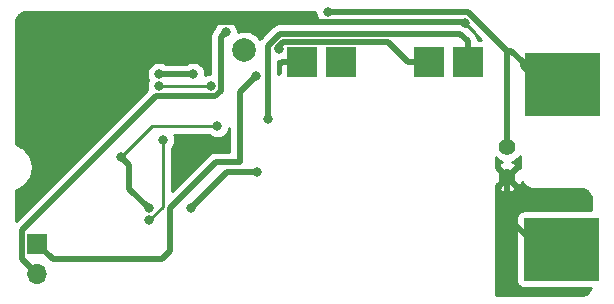
<source format=gbl>
G04 #@! TF.GenerationSoftware,KiCad,Pcbnew,(5.1.5)-3*
G04 #@! TF.CreationDate,2020-06-17T17:40:25+02:00*
G04 #@! TF.ProjectId,AGB_LIPO,4147425f-4c49-4504-9f2e-6b696361645f,rev?*
G04 #@! TF.SameCoordinates,Original*
G04 #@! TF.FileFunction,Copper,L2,Bot*
G04 #@! TF.FilePolarity,Positive*
%FSLAX46Y46*%
G04 Gerber Fmt 4.6, Leading zero omitted, Abs format (unit mm)*
G04 Created by KiCad (PCBNEW (5.1.5)-3) date 2020-06-17 17:40:25*
%MOMM*%
%LPD*%
G04 APERTURE LIST*
%ADD10C,0.100000*%
%ADD11C,2.000000*%
%ADD12R,2.500000X2.500000*%
%ADD13C,1.400000*%
%ADD14O,1.700000X1.700000*%
%ADD15R,1.700000X1.700000*%
%ADD16C,0.800000*%
%ADD17C,0.500000*%
%ADD18C,0.250000*%
%ADD19C,0.254000*%
G04 APERTURE END LIST*
D10*
G36*
X163253500Y-112900000D02*
G01*
X157003500Y-112900000D01*
X157003500Y-107650000D01*
X163253500Y-107650000D01*
X163253500Y-112900000D01*
G37*
X163253500Y-112900000D02*
X157003500Y-112900000D01*
X157003500Y-107650000D01*
X163253500Y-107650000D01*
X163253500Y-112900000D01*
G36*
X163317000Y-98875000D02*
G01*
X157067000Y-98875000D01*
X157067000Y-93625000D01*
X163317000Y-93625000D01*
X163317000Y-98875000D01*
G37*
X163317000Y-98875000D02*
X157067000Y-98875000D01*
X157067000Y-93625000D01*
X163317000Y-93625000D01*
X163317000Y-98875000D01*
D11*
X133300000Y-93400000D03*
D12*
X141455000Y-94405000D03*
X148955000Y-94405000D03*
X152205000Y-94405000D03*
X138205000Y-94405000D03*
D13*
X155575000Y-101585000D03*
X155575000Y-104125000D03*
D14*
X115785500Y-112374500D03*
D15*
X115785500Y-109834500D03*
D16*
X158967000Y-94225000D03*
X162717000Y-98225000D03*
X161467000Y-98225000D03*
X162717000Y-96875000D03*
X161467000Y-94225000D03*
X161467000Y-95575000D03*
X162717000Y-94225000D03*
X158967000Y-98225000D03*
X157717000Y-94225000D03*
X162717000Y-95575000D03*
X160217000Y-98225000D03*
X157717000Y-98225000D03*
X161467000Y-96875000D03*
X160217000Y-94225000D03*
X158903500Y-108250000D03*
X162653500Y-112250000D03*
X161403500Y-112250000D03*
X162653500Y-110900000D03*
X161403500Y-108250000D03*
X161403500Y-109600000D03*
X162653500Y-108250000D03*
X158903500Y-112250000D03*
X157653500Y-108250000D03*
X162653500Y-109600000D03*
X160153500Y-112250000D03*
X157653500Y-112250000D03*
X161403500Y-110900000D03*
X160153500Y-108250000D03*
X131725000Y-91861730D03*
X134300000Y-95575000D03*
X136219188Y-93292930D03*
X158967000Y-95575000D03*
X160217000Y-95575000D03*
X160217000Y-96875000D03*
X157717000Y-96875000D03*
X158967000Y-96875000D03*
X157653500Y-110900000D03*
X158903500Y-109600000D03*
X160153500Y-110900000D03*
X158903500Y-110900000D03*
X160153500Y-109600000D03*
X117717000Y-97545000D03*
X157653500Y-109600000D03*
X117300000Y-103900000D03*
X131435001Y-101775000D03*
X128650000Y-102325000D03*
X152010672Y-91112789D03*
X134385000Y-103767000D03*
X122854314Y-102460001D03*
X128765000Y-106815000D03*
X125209000Y-106815000D03*
X131023830Y-99838524D03*
X157717000Y-95575000D03*
X126427500Y-100982500D03*
X126085001Y-95434999D03*
X125209000Y-107831000D03*
X128965001Y-95434999D03*
X140349863Y-90161729D03*
X135276265Y-99238138D03*
X126085000Y-96435000D03*
X130445000Y-96465000D03*
D17*
X114485499Y-111074499D02*
X115785500Y-112374500D01*
X125793759Y-97316239D02*
X114485499Y-108624499D01*
X114485499Y-108624499D02*
X114485499Y-111074499D01*
X131295001Y-96873001D02*
X131295001Y-93079999D01*
X125793759Y-97316239D02*
X130851763Y-97316239D01*
X130851763Y-97316239D02*
X131295001Y-96873001D01*
X131295001Y-93079999D02*
X131295001Y-92291729D01*
X131295001Y-92291729D02*
X131725000Y-91861730D01*
X117077382Y-111126382D02*
X115785500Y-109834500D01*
X126329046Y-111126382D02*
X117077382Y-111126382D01*
X127032132Y-110423296D02*
X126329046Y-111126382D01*
X127032132Y-106755295D02*
X127032132Y-110423296D01*
X130892426Y-102895001D02*
X127032132Y-106755295D01*
X130892426Y-102895001D02*
X132924999Y-102895001D01*
X145504999Y-92704999D02*
X136594999Y-92704999D01*
X148955000Y-94405000D02*
X147205000Y-94405000D01*
X136594999Y-92704999D02*
X136099990Y-93200008D01*
X147205000Y-94405000D02*
X145504999Y-92704999D01*
X132924999Y-102895001D02*
X132924999Y-96950001D01*
X132924999Y-96950001D02*
X134300000Y-95575000D01*
X131435001Y-101775000D02*
X129200000Y-101775000D01*
X129200000Y-101775000D02*
X128650000Y-102325000D01*
X119575000Y-101059315D02*
X119575000Y-99450000D01*
X117300000Y-103900000D02*
X117300000Y-103334315D01*
X117300000Y-103334315D02*
X119575000Y-101059315D01*
X119621000Y-99449000D02*
X119575000Y-99450000D01*
X119575000Y-99450000D02*
X117717000Y-97545000D01*
X119193607Y-91011730D02*
X152111730Y-91011730D01*
X155575000Y-107521500D02*
X157653500Y-109600000D01*
X155575000Y-104125000D02*
X155575000Y-107521500D01*
X123544999Y-105150999D02*
X123544999Y-103150686D01*
X123544999Y-103150686D02*
X122854314Y-102460001D01*
X134385000Y-103767000D02*
X131813000Y-103767000D01*
X131813000Y-103767000D02*
X128765000Y-106815000D01*
X125209000Y-106815000D02*
X123544999Y-105150999D01*
D18*
X125475791Y-99838524D02*
X122854314Y-102460001D01*
X131023830Y-99838524D02*
X125475791Y-99838524D01*
D17*
X126085001Y-95434999D02*
X128965001Y-95434999D01*
D18*
X125266002Y-107831000D02*
X125209000Y-107831000D01*
X126427500Y-100982500D02*
X126427500Y-106669502D01*
X126427500Y-106669502D02*
X125266002Y-107831000D01*
D17*
X128965001Y-95434999D02*
X128965001Y-95434999D01*
X155575000Y-100595051D02*
X155575000Y-101585000D01*
X155575000Y-93475035D02*
X155575000Y-100595051D01*
X152261694Y-90161729D02*
X155575000Y-93475035D01*
X140349863Y-90161729D02*
X152261694Y-90161729D01*
X156866999Y-94724999D02*
X157317001Y-95175001D01*
X156866999Y-94416999D02*
X156866999Y-94724999D01*
X157317001Y-95175001D02*
X157717000Y-95575000D01*
X155925035Y-93475035D02*
X156866999Y-94416999D01*
X155575000Y-93475035D02*
X155925035Y-93475035D01*
X152205000Y-92655000D02*
X152205000Y-94405000D01*
X151554989Y-92004989D02*
X152205000Y-92655000D01*
X136305046Y-92004989D02*
X151554989Y-92004989D01*
X135276265Y-93033771D02*
X136305046Y-92004989D01*
X135276265Y-99238138D02*
X135276265Y-93033771D01*
D18*
X126085000Y-96435000D02*
X130415000Y-96435000D01*
X130415000Y-96435000D02*
X130445000Y-96465000D01*
D19*
G36*
X156665000Y-103426254D02*
G01*
X156496269Y-103383336D01*
X155754605Y-104125000D01*
X156496269Y-104866664D01*
X156730037Y-104807203D01*
X156823399Y-104606461D01*
X156829914Y-104618511D01*
X156863362Y-104668098D01*
X156896119Y-104718156D01*
X156901943Y-104725297D01*
X156964145Y-104800486D01*
X157006594Y-104842639D01*
X157048439Y-104885371D01*
X157055540Y-104891245D01*
X157131160Y-104952921D01*
X157181025Y-104986052D01*
X157230350Y-105019825D01*
X157238445Y-105024202D01*
X157238448Y-105024204D01*
X157238451Y-105024205D01*
X157238456Y-105024208D01*
X157324617Y-105070020D01*
X157379909Y-105092809D01*
X157434898Y-105116378D01*
X157443701Y-105119103D01*
X157537119Y-105147308D01*
X157595826Y-105158933D01*
X157654316Y-105171365D01*
X157663470Y-105172327D01*
X157663476Y-105172328D01*
X157663481Y-105172328D01*
X157760598Y-105181850D01*
X157792581Y-105185000D01*
X161792723Y-105185000D01*
X161987540Y-105204102D01*
X162143894Y-105251308D01*
X162288096Y-105327982D01*
X162414663Y-105431207D01*
X162518769Y-105557051D01*
X162596447Y-105700711D01*
X162644742Y-105856729D01*
X162665000Y-106049473D01*
X162665000Y-106965000D01*
X157003500Y-106965000D01*
X156939355Y-106971290D01*
X156875144Y-106977133D01*
X156872838Y-106977812D01*
X156870449Y-106978046D01*
X156808777Y-106996666D01*
X156746894Y-107014879D01*
X156744764Y-107015992D01*
X156742467Y-107016686D01*
X156685614Y-107046916D01*
X156628419Y-107076816D01*
X156626545Y-107078323D01*
X156624427Y-107079449D01*
X156574514Y-107120157D01*
X156524231Y-107160586D01*
X156522687Y-107162427D01*
X156520826Y-107163944D01*
X156479734Y-107213616D01*
X156438297Y-107262998D01*
X156437140Y-107265102D01*
X156435609Y-107266953D01*
X156404959Y-107323639D01*
X156373892Y-107380150D01*
X156373165Y-107382442D01*
X156372024Y-107384552D01*
X156352983Y-107446063D01*
X156333469Y-107507580D01*
X156333201Y-107509968D01*
X156332491Y-107512262D01*
X156325754Y-107576366D01*
X156318567Y-107640436D01*
X156318535Y-107645050D01*
X156318517Y-107645218D01*
X156318532Y-107645386D01*
X156318500Y-107650000D01*
X156318500Y-112900000D01*
X156324790Y-112964145D01*
X156330633Y-113028356D01*
X156331312Y-113030662D01*
X156331546Y-113033051D01*
X156350166Y-113094723D01*
X156368379Y-113156606D01*
X156369492Y-113158736D01*
X156370186Y-113161033D01*
X156400416Y-113217886D01*
X156430316Y-113275081D01*
X156431823Y-113276955D01*
X156432949Y-113279073D01*
X156473657Y-113328986D01*
X156514086Y-113379269D01*
X156515927Y-113380813D01*
X156517444Y-113382674D01*
X156567116Y-113423766D01*
X156616498Y-113465203D01*
X156618602Y-113466360D01*
X156620453Y-113467891D01*
X156677139Y-113498541D01*
X156733650Y-113529608D01*
X156735942Y-113530335D01*
X156738052Y-113531476D01*
X156799584Y-113550524D01*
X156861080Y-113570031D01*
X156863468Y-113570299D01*
X156865762Y-113571009D01*
X156929866Y-113577746D01*
X156993936Y-113584933D01*
X156998550Y-113584965D01*
X156998718Y-113584983D01*
X156998886Y-113584968D01*
X157003500Y-113585000D01*
X162616473Y-113585000D01*
X162598692Y-113643895D01*
X162522018Y-113788096D01*
X162418792Y-113914664D01*
X162292951Y-114018768D01*
X162149289Y-114096447D01*
X161993271Y-114144742D01*
X161800527Y-114165000D01*
X154585000Y-114165000D01*
X154585000Y-105046269D01*
X154833336Y-105046269D01*
X154892797Y-105280037D01*
X155131242Y-105390934D01*
X155386740Y-105453183D01*
X155649473Y-105464390D01*
X155909344Y-105424125D01*
X156156366Y-105333935D01*
X156257203Y-105280037D01*
X156316664Y-105046269D01*
X155575000Y-104304605D01*
X154833336Y-105046269D01*
X154585000Y-105046269D01*
X154585000Y-104849182D01*
X154653731Y-104866664D01*
X155395395Y-104125000D01*
X154653731Y-103383336D01*
X154585000Y-103400818D01*
X154585000Y-102482975D01*
X154723987Y-102621962D01*
X154942641Y-102768061D01*
X155156444Y-102856621D01*
X154993634Y-102916065D01*
X154892797Y-102969963D01*
X154833336Y-103203731D01*
X155575000Y-103945395D01*
X156316664Y-103203731D01*
X156257203Y-102969963D01*
X156018758Y-102859066D01*
X155999173Y-102854294D01*
X156207359Y-102768061D01*
X156426013Y-102621962D01*
X156611962Y-102436013D01*
X156665001Y-102356634D01*
X156665000Y-103426254D01*
G37*
X156665000Y-103426254D02*
X156496269Y-103383336D01*
X155754605Y-104125000D01*
X156496269Y-104866664D01*
X156730037Y-104807203D01*
X156823399Y-104606461D01*
X156829914Y-104618511D01*
X156863362Y-104668098D01*
X156896119Y-104718156D01*
X156901943Y-104725297D01*
X156964145Y-104800486D01*
X157006594Y-104842639D01*
X157048439Y-104885371D01*
X157055540Y-104891245D01*
X157131160Y-104952921D01*
X157181025Y-104986052D01*
X157230350Y-105019825D01*
X157238445Y-105024202D01*
X157238448Y-105024204D01*
X157238451Y-105024205D01*
X157238456Y-105024208D01*
X157324617Y-105070020D01*
X157379909Y-105092809D01*
X157434898Y-105116378D01*
X157443701Y-105119103D01*
X157537119Y-105147308D01*
X157595826Y-105158933D01*
X157654316Y-105171365D01*
X157663470Y-105172327D01*
X157663476Y-105172328D01*
X157663481Y-105172328D01*
X157760598Y-105181850D01*
X157792581Y-105185000D01*
X161792723Y-105185000D01*
X161987540Y-105204102D01*
X162143894Y-105251308D01*
X162288096Y-105327982D01*
X162414663Y-105431207D01*
X162518769Y-105557051D01*
X162596447Y-105700711D01*
X162644742Y-105856729D01*
X162665000Y-106049473D01*
X162665000Y-106965000D01*
X157003500Y-106965000D01*
X156939355Y-106971290D01*
X156875144Y-106977133D01*
X156872838Y-106977812D01*
X156870449Y-106978046D01*
X156808777Y-106996666D01*
X156746894Y-107014879D01*
X156744764Y-107015992D01*
X156742467Y-107016686D01*
X156685614Y-107046916D01*
X156628419Y-107076816D01*
X156626545Y-107078323D01*
X156624427Y-107079449D01*
X156574514Y-107120157D01*
X156524231Y-107160586D01*
X156522687Y-107162427D01*
X156520826Y-107163944D01*
X156479734Y-107213616D01*
X156438297Y-107262998D01*
X156437140Y-107265102D01*
X156435609Y-107266953D01*
X156404959Y-107323639D01*
X156373892Y-107380150D01*
X156373165Y-107382442D01*
X156372024Y-107384552D01*
X156352983Y-107446063D01*
X156333469Y-107507580D01*
X156333201Y-107509968D01*
X156332491Y-107512262D01*
X156325754Y-107576366D01*
X156318567Y-107640436D01*
X156318535Y-107645050D01*
X156318517Y-107645218D01*
X156318532Y-107645386D01*
X156318500Y-107650000D01*
X156318500Y-112900000D01*
X156324790Y-112964145D01*
X156330633Y-113028356D01*
X156331312Y-113030662D01*
X156331546Y-113033051D01*
X156350166Y-113094723D01*
X156368379Y-113156606D01*
X156369492Y-113158736D01*
X156370186Y-113161033D01*
X156400416Y-113217886D01*
X156430316Y-113275081D01*
X156431823Y-113276955D01*
X156432949Y-113279073D01*
X156473657Y-113328986D01*
X156514086Y-113379269D01*
X156515927Y-113380813D01*
X156517444Y-113382674D01*
X156567116Y-113423766D01*
X156616498Y-113465203D01*
X156618602Y-113466360D01*
X156620453Y-113467891D01*
X156677139Y-113498541D01*
X156733650Y-113529608D01*
X156735942Y-113530335D01*
X156738052Y-113531476D01*
X156799584Y-113550524D01*
X156861080Y-113570031D01*
X156863468Y-113570299D01*
X156865762Y-113571009D01*
X156929866Y-113577746D01*
X156993936Y-113584933D01*
X156998550Y-113584965D01*
X156998718Y-113584983D01*
X156998886Y-113584968D01*
X157003500Y-113585000D01*
X162616473Y-113585000D01*
X162598692Y-113643895D01*
X162522018Y-113788096D01*
X162418792Y-113914664D01*
X162292951Y-114018768D01*
X162149289Y-114096447D01*
X161993271Y-114144742D01*
X161800527Y-114165000D01*
X154585000Y-114165000D01*
X154585000Y-105046269D01*
X154833336Y-105046269D01*
X154892797Y-105280037D01*
X155131242Y-105390934D01*
X155386740Y-105453183D01*
X155649473Y-105464390D01*
X155909344Y-105424125D01*
X156156366Y-105333935D01*
X156257203Y-105280037D01*
X156316664Y-105046269D01*
X155575000Y-104304605D01*
X154833336Y-105046269D01*
X154585000Y-105046269D01*
X154585000Y-104849182D01*
X154653731Y-104866664D01*
X155395395Y-104125000D01*
X154653731Y-103383336D01*
X154585000Y-103400818D01*
X154585000Y-102482975D01*
X154723987Y-102621962D01*
X154942641Y-102768061D01*
X155156444Y-102856621D01*
X154993634Y-102916065D01*
X154892797Y-102969963D01*
X154833336Y-103203731D01*
X155575000Y-103945395D01*
X156316664Y-103203731D01*
X156257203Y-102969963D01*
X156018758Y-102859066D01*
X155999173Y-102854294D01*
X156207359Y-102768061D01*
X156426013Y-102621962D01*
X156611962Y-102436013D01*
X156665001Y-102356634D01*
X156665000Y-103426254D01*
G36*
X139314863Y-90195847D02*
G01*
X139314863Y-90263668D01*
X139354637Y-90463627D01*
X139432658Y-90651985D01*
X139545926Y-90821503D01*
X139690089Y-90965666D01*
X139859607Y-91078934D01*
X139958722Y-91119989D01*
X136348514Y-91119989D01*
X136305045Y-91115708D01*
X136261576Y-91119989D01*
X136261569Y-91119989D01*
X136154066Y-91130577D01*
X136131555Y-91132794D01*
X136105207Y-91140787D01*
X135964733Y-91183400D01*
X135810987Y-91265578D01*
X135810985Y-91265579D01*
X135810986Y-91265579D01*
X135709999Y-91348457D01*
X135709997Y-91348459D01*
X135676229Y-91376172D01*
X135648516Y-91409940D01*
X134681216Y-92377242D01*
X134647449Y-92404954D01*
X134622137Y-92435796D01*
X134569987Y-92357748D01*
X134342252Y-92130013D01*
X134074463Y-91951082D01*
X133776912Y-91827832D01*
X133461033Y-91765000D01*
X133138967Y-91765000D01*
X132823088Y-91827832D01*
X132760000Y-91853964D01*
X132760000Y-91759791D01*
X132720226Y-91559832D01*
X132642205Y-91371474D01*
X132528937Y-91201956D01*
X132384774Y-91057793D01*
X132215256Y-90944525D01*
X132026898Y-90866504D01*
X131826939Y-90826730D01*
X131623061Y-90826730D01*
X131423102Y-90866504D01*
X131234744Y-90944525D01*
X131065226Y-91057793D01*
X130921063Y-91201956D01*
X130807795Y-91371474D01*
X130729774Y-91559832D01*
X130718465Y-91616687D01*
X130699953Y-91635199D01*
X130666185Y-91662912D01*
X130638472Y-91696680D01*
X130638469Y-91696683D01*
X130555591Y-91797670D01*
X130473413Y-91951416D01*
X130422806Y-92118239D01*
X130418538Y-92161576D01*
X130410001Y-92248252D01*
X130410001Y-92248260D01*
X130405720Y-92291729D01*
X130410001Y-92335198D01*
X130410001Y-93123475D01*
X130410002Y-93123485D01*
X130410001Y-95430000D01*
X130343061Y-95430000D01*
X130143102Y-95469774D01*
X130000001Y-95529049D01*
X130000001Y-95333060D01*
X129960227Y-95133101D01*
X129882206Y-94944743D01*
X129768938Y-94775225D01*
X129624775Y-94631062D01*
X129455257Y-94517794D01*
X129266899Y-94439773D01*
X129066940Y-94399999D01*
X128863062Y-94399999D01*
X128663103Y-94439773D01*
X128474745Y-94517794D01*
X128426547Y-94549999D01*
X126623455Y-94549999D01*
X126575257Y-94517794D01*
X126386899Y-94439773D01*
X126186940Y-94399999D01*
X125983062Y-94399999D01*
X125783103Y-94439773D01*
X125594745Y-94517794D01*
X125425227Y-94631062D01*
X125281064Y-94775225D01*
X125167796Y-94944743D01*
X125089775Y-95133101D01*
X125050001Y-95333060D01*
X125050001Y-95536938D01*
X125089775Y-95736897D01*
X125167796Y-95925255D01*
X125174307Y-95934999D01*
X125167795Y-95944744D01*
X125089774Y-96133102D01*
X125050000Y-96333061D01*
X125050000Y-96536939D01*
X125089774Y-96736898D01*
X125099073Y-96759346D01*
X113985000Y-107873420D01*
X113985000Y-105269788D01*
X114076084Y-105240894D01*
X114131034Y-105217342D01*
X114186369Y-105194535D01*
X114194475Y-105190152D01*
X114433911Y-105058522D01*
X114483251Y-105024738D01*
X114533093Y-104991623D01*
X114540193Y-104985749D01*
X114749501Y-104810119D01*
X114791346Y-104767388D01*
X114833801Y-104725229D01*
X114839625Y-104718087D01*
X115010833Y-104505147D01*
X115043576Y-104455110D01*
X115077039Y-104405500D01*
X115081365Y-104397363D01*
X115207952Y-104155223D01*
X115230359Y-104099764D01*
X115253541Y-104044617D01*
X115256204Y-104035795D01*
X115333349Y-103773680D01*
X115344553Y-103714947D01*
X115356587Y-103656323D01*
X115357486Y-103647152D01*
X115382250Y-103375044D01*
X115381832Y-103315226D01*
X115382250Y-103255407D01*
X115381350Y-103246236D01*
X115352789Y-102974501D01*
X115340759Y-102915895D01*
X115329552Y-102857145D01*
X115326889Y-102848323D01*
X115246092Y-102587311D01*
X115222922Y-102532193D01*
X115200504Y-102476704D01*
X115196177Y-102468568D01*
X115066222Y-102228219D01*
X115032776Y-102178633D01*
X115000016Y-102128571D01*
X114994191Y-102121430D01*
X114820026Y-101910901D01*
X114777591Y-101868761D01*
X114735728Y-101826012D01*
X114728628Y-101820138D01*
X114516887Y-101647447D01*
X114467079Y-101614354D01*
X114417705Y-101580547D01*
X114409598Y-101576164D01*
X114168350Y-101447890D01*
X114113049Y-101425097D01*
X114058064Y-101401530D01*
X114049260Y-101398805D01*
X113985000Y-101379404D01*
X113985000Y-91047277D01*
X114004102Y-90852460D01*
X114051308Y-90696106D01*
X114127982Y-90551904D01*
X114231207Y-90425337D01*
X114357051Y-90321231D01*
X114500711Y-90243553D01*
X114656729Y-90195258D01*
X114849276Y-90175021D01*
X139314863Y-90195847D01*
G37*
X139314863Y-90195847D02*
X139314863Y-90263668D01*
X139354637Y-90463627D01*
X139432658Y-90651985D01*
X139545926Y-90821503D01*
X139690089Y-90965666D01*
X139859607Y-91078934D01*
X139958722Y-91119989D01*
X136348514Y-91119989D01*
X136305045Y-91115708D01*
X136261576Y-91119989D01*
X136261569Y-91119989D01*
X136154066Y-91130577D01*
X136131555Y-91132794D01*
X136105207Y-91140787D01*
X135964733Y-91183400D01*
X135810987Y-91265578D01*
X135810985Y-91265579D01*
X135810986Y-91265579D01*
X135709999Y-91348457D01*
X135709997Y-91348459D01*
X135676229Y-91376172D01*
X135648516Y-91409940D01*
X134681216Y-92377242D01*
X134647449Y-92404954D01*
X134622137Y-92435796D01*
X134569987Y-92357748D01*
X134342252Y-92130013D01*
X134074463Y-91951082D01*
X133776912Y-91827832D01*
X133461033Y-91765000D01*
X133138967Y-91765000D01*
X132823088Y-91827832D01*
X132760000Y-91853964D01*
X132760000Y-91759791D01*
X132720226Y-91559832D01*
X132642205Y-91371474D01*
X132528937Y-91201956D01*
X132384774Y-91057793D01*
X132215256Y-90944525D01*
X132026898Y-90866504D01*
X131826939Y-90826730D01*
X131623061Y-90826730D01*
X131423102Y-90866504D01*
X131234744Y-90944525D01*
X131065226Y-91057793D01*
X130921063Y-91201956D01*
X130807795Y-91371474D01*
X130729774Y-91559832D01*
X130718465Y-91616687D01*
X130699953Y-91635199D01*
X130666185Y-91662912D01*
X130638472Y-91696680D01*
X130638469Y-91696683D01*
X130555591Y-91797670D01*
X130473413Y-91951416D01*
X130422806Y-92118239D01*
X130418538Y-92161576D01*
X130410001Y-92248252D01*
X130410001Y-92248260D01*
X130405720Y-92291729D01*
X130410001Y-92335198D01*
X130410001Y-93123475D01*
X130410002Y-93123485D01*
X130410001Y-95430000D01*
X130343061Y-95430000D01*
X130143102Y-95469774D01*
X130000001Y-95529049D01*
X130000001Y-95333060D01*
X129960227Y-95133101D01*
X129882206Y-94944743D01*
X129768938Y-94775225D01*
X129624775Y-94631062D01*
X129455257Y-94517794D01*
X129266899Y-94439773D01*
X129066940Y-94399999D01*
X128863062Y-94399999D01*
X128663103Y-94439773D01*
X128474745Y-94517794D01*
X128426547Y-94549999D01*
X126623455Y-94549999D01*
X126575257Y-94517794D01*
X126386899Y-94439773D01*
X126186940Y-94399999D01*
X125983062Y-94399999D01*
X125783103Y-94439773D01*
X125594745Y-94517794D01*
X125425227Y-94631062D01*
X125281064Y-94775225D01*
X125167796Y-94944743D01*
X125089775Y-95133101D01*
X125050001Y-95333060D01*
X125050001Y-95536938D01*
X125089775Y-95736897D01*
X125167796Y-95925255D01*
X125174307Y-95934999D01*
X125167795Y-95944744D01*
X125089774Y-96133102D01*
X125050000Y-96333061D01*
X125050000Y-96536939D01*
X125089774Y-96736898D01*
X125099073Y-96759346D01*
X113985000Y-107873420D01*
X113985000Y-105269788D01*
X114076084Y-105240894D01*
X114131034Y-105217342D01*
X114186369Y-105194535D01*
X114194475Y-105190152D01*
X114433911Y-105058522D01*
X114483251Y-105024738D01*
X114533093Y-104991623D01*
X114540193Y-104985749D01*
X114749501Y-104810119D01*
X114791346Y-104767388D01*
X114833801Y-104725229D01*
X114839625Y-104718087D01*
X115010833Y-104505147D01*
X115043576Y-104455110D01*
X115077039Y-104405500D01*
X115081365Y-104397363D01*
X115207952Y-104155223D01*
X115230359Y-104099764D01*
X115253541Y-104044617D01*
X115256204Y-104035795D01*
X115333349Y-103773680D01*
X115344553Y-103714947D01*
X115356587Y-103656323D01*
X115357486Y-103647152D01*
X115382250Y-103375044D01*
X115381832Y-103315226D01*
X115382250Y-103255407D01*
X115381350Y-103246236D01*
X115352789Y-102974501D01*
X115340759Y-102915895D01*
X115329552Y-102857145D01*
X115326889Y-102848323D01*
X115246092Y-102587311D01*
X115222922Y-102532193D01*
X115200504Y-102476704D01*
X115196177Y-102468568D01*
X115066222Y-102228219D01*
X115032776Y-102178633D01*
X115000016Y-102128571D01*
X114994191Y-102121430D01*
X114820026Y-101910901D01*
X114777591Y-101868761D01*
X114735728Y-101826012D01*
X114728628Y-101820138D01*
X114516887Y-101647447D01*
X114467079Y-101614354D01*
X114417705Y-101580547D01*
X114409598Y-101576164D01*
X114168350Y-101447890D01*
X114113049Y-101425097D01*
X114058064Y-101401530D01*
X114049260Y-101398805D01*
X113985000Y-101379404D01*
X113985000Y-91047277D01*
X114004102Y-90852460D01*
X114051308Y-90696106D01*
X114127982Y-90551904D01*
X114231207Y-90425337D01*
X114357051Y-90321231D01*
X114500711Y-90243553D01*
X114656729Y-90195258D01*
X114849276Y-90175021D01*
X139314863Y-90195847D01*
G36*
X132039999Y-102010001D02*
G01*
X130935891Y-102010001D01*
X130892425Y-102005720D01*
X130848959Y-102010001D01*
X130848949Y-102010001D01*
X130718936Y-102022806D01*
X130552113Y-102073412D01*
X130398367Y-102155590D01*
X130398365Y-102155591D01*
X130398366Y-102155591D01*
X130297379Y-102238469D01*
X130297377Y-102238471D01*
X130263609Y-102266184D01*
X130235896Y-102299952D01*
X127187500Y-105348349D01*
X127187500Y-101686211D01*
X127231437Y-101642274D01*
X127344705Y-101472756D01*
X127422726Y-101284398D01*
X127462500Y-101084439D01*
X127462500Y-100880561D01*
X127422726Y-100680602D01*
X127388728Y-100598524D01*
X130320119Y-100598524D01*
X130364056Y-100642461D01*
X130533574Y-100755729D01*
X130721932Y-100833750D01*
X130921891Y-100873524D01*
X131125769Y-100873524D01*
X131325728Y-100833750D01*
X131514086Y-100755729D01*
X131683604Y-100642461D01*
X131827767Y-100498298D01*
X131941035Y-100328780D01*
X132019056Y-100140422D01*
X132039999Y-100035131D01*
X132039999Y-102010001D01*
G37*
X132039999Y-102010001D02*
X130935891Y-102010001D01*
X130892425Y-102005720D01*
X130848959Y-102010001D01*
X130848949Y-102010001D01*
X130718936Y-102022806D01*
X130552113Y-102073412D01*
X130398367Y-102155590D01*
X130398365Y-102155591D01*
X130398366Y-102155591D01*
X130297379Y-102238469D01*
X130297377Y-102238471D01*
X130263609Y-102266184D01*
X130235896Y-102299952D01*
X127187500Y-105348349D01*
X127187500Y-101686211D01*
X127231437Y-101642274D01*
X127344705Y-101472756D01*
X127422726Y-101284398D01*
X127462500Y-101084439D01*
X127462500Y-100880561D01*
X127422726Y-100680602D01*
X127388728Y-100598524D01*
X130320119Y-100598524D01*
X130364056Y-100642461D01*
X130533574Y-100755729D01*
X130721932Y-100833750D01*
X130921891Y-100873524D01*
X131125769Y-100873524D01*
X131325728Y-100833750D01*
X131514086Y-100755729D01*
X131683604Y-100642461D01*
X131827767Y-100498298D01*
X131941035Y-100328780D01*
X132019056Y-100140422D01*
X132039999Y-100035131D01*
X132039999Y-102010001D01*
G36*
X138332000Y-94278000D02*
G01*
X138352000Y-94278000D01*
X138352000Y-94532000D01*
X138332000Y-94532000D01*
X138332000Y-94552000D01*
X138078000Y-94552000D01*
X138078000Y-94532000D01*
X136478750Y-94532000D01*
X136320000Y-94690750D01*
X136318014Y-95313996D01*
X136264060Y-95342835D01*
X136207345Y-95373045D01*
X136206975Y-95373348D01*
X136206550Y-95373575D01*
X136161265Y-95410740D01*
X136161265Y-94327930D01*
X136321127Y-94327930D01*
X136521086Y-94288156D01*
X136545605Y-94278000D01*
X138078000Y-94278000D01*
X138078000Y-94258000D01*
X138332000Y-94258000D01*
X138332000Y-94278000D01*
G37*
X138332000Y-94278000D02*
X138352000Y-94278000D01*
X138352000Y-94532000D01*
X138332000Y-94532000D01*
X138332000Y-94552000D01*
X138078000Y-94552000D01*
X138078000Y-94532000D01*
X136478750Y-94532000D01*
X136320000Y-94690750D01*
X136318014Y-95313996D01*
X136264060Y-95342835D01*
X136207345Y-95373045D01*
X136206975Y-95373348D01*
X136206550Y-95373575D01*
X136161265Y-95410740D01*
X136161265Y-94327930D01*
X136321127Y-94327930D01*
X136521086Y-94288156D01*
X136545605Y-94278000D01*
X138078000Y-94278000D01*
X138078000Y-94258000D01*
X138332000Y-94258000D01*
X138332000Y-94278000D01*
G36*
X153365314Y-92516928D02*
G01*
X153080683Y-92516928D01*
X153077195Y-92481510D01*
X153026589Y-92314687D01*
X152944411Y-92160941D01*
X152909366Y-92118239D01*
X152861532Y-92059953D01*
X152861530Y-92059951D01*
X152833817Y-92026183D01*
X152800050Y-91998471D01*
X152211523Y-91409945D01*
X152183806Y-91376172D01*
X152049048Y-91265578D01*
X151895302Y-91183400D01*
X151728479Y-91132794D01*
X151598466Y-91119989D01*
X151598458Y-91119989D01*
X151554989Y-91115708D01*
X151511520Y-91119989D01*
X140741004Y-91119989D01*
X140840119Y-91078934D01*
X140888317Y-91046729D01*
X151895116Y-91046729D01*
X153365314Y-92516928D01*
G37*
X153365314Y-92516928D02*
X153080683Y-92516928D01*
X153077195Y-92481510D01*
X153026589Y-92314687D01*
X152944411Y-92160941D01*
X152909366Y-92118239D01*
X152861532Y-92059953D01*
X152861530Y-92059951D01*
X152833817Y-92026183D01*
X152800050Y-91998471D01*
X152211523Y-91409945D01*
X152183806Y-91376172D01*
X152049048Y-91265578D01*
X151895302Y-91183400D01*
X151728479Y-91132794D01*
X151598466Y-91119989D01*
X151598458Y-91119989D01*
X151554989Y-91115708D01*
X151511520Y-91119989D01*
X140741004Y-91119989D01*
X140840119Y-91078934D01*
X140888317Y-91046729D01*
X151895116Y-91046729D01*
X153365314Y-92516928D01*
M02*

</source>
